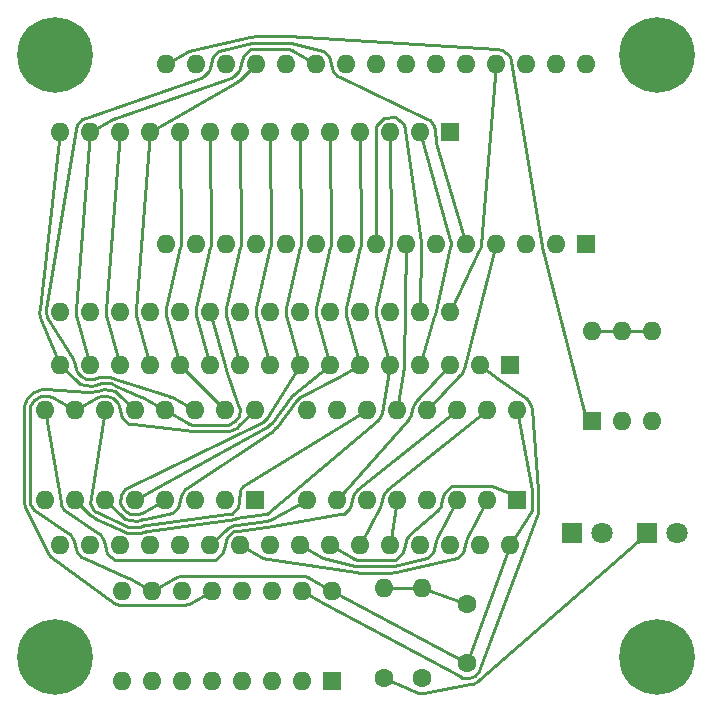
<source format=gbr>
G04 #@! TF.GenerationSoftware,KiCad,Pcbnew,(5.0.0-rc2-dev-720-g9704891c8)*
G04 #@! TF.CreationDate,2018-05-14T16:41:22+09:00*
G04 #@! TF.ProjectId,eeprom_programmer,656570726F6D5F70726F6772616D6D65,rev?*
G04 #@! TF.SameCoordinates,Original*
G04 #@! TF.FileFunction,Copper,L2,Bot,Signal*
G04 #@! TF.FilePolarity,Positive*
%FSLAX46Y46*%
G04 Gerber Fmt 4.6, Leading zero omitted, Abs format (unit mm)*
G04 Created by KiCad (PCBNEW (5.0.0-rc2-dev-720-g9704891c8)) date 05/14/18 16:41:22*
%MOMM*%
%LPD*%
G01*
G04 APERTURE LIST*
%ADD10C,1.600000*%
%ADD11O,1.600000X1.600000*%
%ADD12R,1.600000X1.600000*%
%ADD13R,1.800000X1.800000*%
%ADD14C,1.800000*%
%ADD15C,6.400000*%
%ADD16C,0.250000*%
G04 APERTURE END LIST*
D10*
X109370000Y-71025000D03*
X109370000Y-76025000D03*
D11*
X98000000Y-69880000D03*
X80220000Y-77500000D03*
X95460000Y-69880000D03*
X82760000Y-77500000D03*
X92920000Y-69880000D03*
X85300000Y-77500000D03*
X90380000Y-69880000D03*
X87840000Y-77500000D03*
X87840000Y-69880000D03*
X90380000Y-77500000D03*
X85300000Y-69880000D03*
X92920000Y-77500000D03*
X82760000Y-69880000D03*
X95460000Y-77500000D03*
X80220000Y-69880000D03*
D12*
X98000000Y-77500000D03*
D13*
X118315000Y-64985000D03*
D14*
X120855000Y-64985000D03*
D12*
X113030000Y-50760000D03*
D11*
X74930000Y-66000000D03*
X110490000Y-50760000D03*
X77470000Y-66000000D03*
X107950000Y-50760000D03*
X80010000Y-66000000D03*
X105410000Y-50760000D03*
X82550000Y-66000000D03*
X102870000Y-50760000D03*
X85090000Y-66000000D03*
X100330000Y-50760000D03*
X87630000Y-66000000D03*
X97790000Y-50760000D03*
X90170000Y-66000000D03*
X95250000Y-50760000D03*
X92710000Y-66000000D03*
X92710000Y-50760000D03*
X95250000Y-66000000D03*
X90170000Y-50760000D03*
X97790000Y-66000000D03*
X87630000Y-50760000D03*
X100330000Y-66000000D03*
X85090000Y-50760000D03*
X102870000Y-66000000D03*
X82550000Y-50760000D03*
X105410000Y-66000000D03*
X80010000Y-50760000D03*
X107950000Y-66000000D03*
X77470000Y-50760000D03*
X110490000Y-66000000D03*
X74930000Y-50760000D03*
X113030000Y-66000000D03*
X105560000Y-69675000D03*
D10*
X105560000Y-77295000D03*
D14*
X127205000Y-64985000D03*
D13*
X124665000Y-64985000D03*
D12*
X91440000Y-62190000D03*
D11*
X73660000Y-54570000D03*
X88900000Y-62190000D03*
X76200000Y-54570000D03*
X86360000Y-62190000D03*
X78740000Y-54570000D03*
X83820000Y-62190000D03*
X81280000Y-54570000D03*
X81280000Y-62190000D03*
X83820000Y-54570000D03*
X78740000Y-62190000D03*
X86360000Y-54570000D03*
X76200000Y-62190000D03*
X88900000Y-54570000D03*
X73660000Y-62190000D03*
X91440000Y-54570000D03*
X102385000Y-69675000D03*
D10*
X102385000Y-77295000D03*
D12*
X119500000Y-40500000D03*
D11*
X86480000Y-25260000D03*
X116960000Y-40500000D03*
X89020000Y-25260000D03*
X114420000Y-40500000D03*
X91560000Y-25260000D03*
X111880000Y-40500000D03*
X94100000Y-25260000D03*
X109340000Y-40500000D03*
X96640000Y-25260000D03*
X106800000Y-40500000D03*
X99180000Y-25260000D03*
X104260000Y-40500000D03*
X101720000Y-25260000D03*
X101720000Y-40500000D03*
X104260000Y-25260000D03*
X99180000Y-40500000D03*
X106800000Y-25260000D03*
X96640000Y-40500000D03*
X109340000Y-25260000D03*
X94100000Y-40500000D03*
X111880000Y-25260000D03*
X91560000Y-40500000D03*
X114420000Y-25260000D03*
X89020000Y-40500000D03*
X116960000Y-25260000D03*
X86480000Y-40500000D03*
X119500000Y-25260000D03*
X83940000Y-40500000D03*
X83940000Y-25260000D03*
X113665000Y-54570000D03*
X95885000Y-62190000D03*
X111125000Y-54570000D03*
X98425000Y-62190000D03*
X108585000Y-54570000D03*
X100965000Y-62190000D03*
X106045000Y-54570000D03*
X103505000Y-62190000D03*
X103505000Y-54570000D03*
X106045000Y-62190000D03*
X100965000Y-54570000D03*
X108585000Y-62190000D03*
X98425000Y-54570000D03*
X111125000Y-62190000D03*
X95885000Y-54570000D03*
D12*
X113665000Y-62190000D03*
X120000000Y-55500000D03*
D11*
X125080000Y-47880000D03*
X122540000Y-55500000D03*
X122540000Y-47880000D03*
X125080000Y-55500000D03*
X120000000Y-47880000D03*
D15*
X125500000Y-24500000D03*
X74500000Y-24500000D03*
X74500000Y-75500000D03*
X125500000Y-75500000D03*
D12*
X108000000Y-31000000D03*
D11*
X74980000Y-46240000D03*
X105460000Y-31000000D03*
X77520000Y-46240000D03*
X102920000Y-31000000D03*
X80060000Y-46240000D03*
X100380000Y-31000000D03*
X82600000Y-46240000D03*
X97840000Y-31000000D03*
X85140000Y-46240000D03*
X95300000Y-31000000D03*
X87680000Y-46240000D03*
X92760000Y-31000000D03*
X90220000Y-46240000D03*
X90220000Y-31000000D03*
X92760000Y-46240000D03*
X87680000Y-31000000D03*
X95300000Y-46240000D03*
X85140000Y-31000000D03*
X97840000Y-46240000D03*
X82600000Y-31000000D03*
X100380000Y-46240000D03*
X80060000Y-31000000D03*
X102920000Y-46240000D03*
X77520000Y-31000000D03*
X105460000Y-46240000D03*
X74980000Y-31000000D03*
X108000000Y-46240000D03*
D16*
X91560000Y-25260000D02*
X90260700Y-26529700D01*
X89905000Y-26798900D02*
X90002100Y-26743100D01*
X90002100Y-26743100D02*
X90180600Y-26607900D01*
X90180600Y-26607900D02*
X90260700Y-26529700D01*
X89905000Y-26798900D02*
X82600000Y-31000000D01*
X82600000Y-31000000D02*
X81378900Y-46141500D01*
X81378900Y-46141500D02*
X81370400Y-46246800D01*
X81370400Y-46246800D02*
X81389700Y-46457100D01*
X81389700Y-46457100D02*
X81417200Y-46559000D01*
X81417200Y-46559000D02*
X82550000Y-50760000D01*
X74980000Y-31000000D02*
X73216900Y-46033200D01*
X73216900Y-46033200D02*
X73190400Y-46258900D01*
X73190400Y-46258900D02*
X73252900Y-46709100D01*
X73252900Y-46709100D02*
X73339800Y-46919100D01*
X73339800Y-46919100D02*
X74930000Y-50760000D01*
X87680000Y-46240000D02*
X88987300Y-51079500D01*
X88987300Y-51079500D02*
X88992900Y-51100400D01*
X88992900Y-51100400D02*
X89005700Y-51141700D01*
X89005700Y-51141700D02*
X89012800Y-51162100D01*
X89012800Y-51162100D02*
X90057200Y-54167900D01*
X88900000Y-55795100D02*
X89197400Y-55795100D01*
X89197400Y-55795100D02*
X89726000Y-55522400D01*
X89726000Y-55522400D02*
X90070700Y-55037700D01*
X90070700Y-55037700D02*
X90154800Y-54448800D01*
X90154800Y-54448800D02*
X90057200Y-54167900D01*
X88900000Y-55795100D02*
X86360000Y-55795100D01*
X85769100Y-55643200D02*
X85904900Y-55717900D01*
X85904900Y-55717900D02*
X86205000Y-55795100D01*
X86205000Y-55795100D02*
X86360000Y-55795100D01*
X85769100Y-55643200D02*
X83820000Y-54570000D01*
X87630000Y-66000000D02*
X88976100Y-64732300D01*
X89944500Y-64273300D02*
X89672200Y-64308900D01*
X89672200Y-64308900D02*
X89176000Y-64544100D01*
X89176000Y-64544100D02*
X88976100Y-64732300D01*
X89944500Y-64273300D02*
X92366300Y-63957000D01*
X92366300Y-63957000D02*
X92451300Y-63945900D01*
X92451300Y-63945900D02*
X92614700Y-63894400D01*
X92614700Y-63894400D02*
X92690700Y-63854800D01*
X92690700Y-63854800D02*
X95885000Y-62190000D01*
X102385000Y-69675000D02*
X105560000Y-69675000D01*
X105560000Y-69675000D02*
X109370000Y-71025000D01*
X83820000Y-54570000D02*
X81870900Y-53496800D01*
X81870900Y-53496800D02*
X81850100Y-53485400D01*
X81850100Y-53485400D02*
X81807800Y-53464100D01*
X81807800Y-53464100D02*
X81786200Y-53454400D01*
X81786200Y-53454400D02*
X79680000Y-52498600D01*
X79680000Y-52498600D02*
X79288200Y-52320800D01*
X79288200Y-52320800D02*
X78428900Y-52276000D01*
X78428900Y-52276000D02*
X78020700Y-52412000D01*
X76276100Y-52027700D02*
X76626000Y-52357200D01*
X76626000Y-52357200D02*
X77564700Y-52564000D01*
X77564700Y-52564000D02*
X78020700Y-52412000D01*
X76276100Y-52027700D02*
X74930000Y-50760000D01*
X125080000Y-47880000D02*
X122540000Y-47880000D01*
X122540000Y-47880000D02*
X120000000Y-47880000D01*
X111880000Y-40500000D02*
X109135800Y-51067900D01*
X108841900Y-51599900D02*
X108947700Y-51487500D01*
X108947700Y-51487500D02*
X109097000Y-51217300D01*
X109097000Y-51217300D02*
X109135800Y-51067900D01*
X108841900Y-51599900D02*
X106045000Y-54570000D01*
X80060000Y-31000000D02*
X78838900Y-46141500D01*
X78838900Y-46141500D02*
X78830400Y-46246800D01*
X78830400Y-46246800D02*
X78849700Y-46457100D01*
X78849700Y-46457100D02*
X78877200Y-46559000D01*
X78877200Y-46559000D02*
X80010000Y-50760000D01*
X109340000Y-40500000D02*
X106792500Y-31921000D01*
X106777100Y-31843000D02*
X106779100Y-31862800D01*
X106779100Y-31862800D02*
X106786800Y-31901900D01*
X106786800Y-31901900D02*
X106792500Y-31921000D01*
X106777100Y-31843000D02*
X106678800Y-30876100D01*
X106678800Y-30876100D02*
X106646500Y-30558000D01*
X106646500Y-30558000D02*
X106279200Y-30034600D01*
X106279200Y-30034600D02*
X105991100Y-29896000D01*
X105991100Y-29896000D02*
X98648900Y-26364000D01*
X97998200Y-25582900D02*
X98068300Y-25839600D01*
X98068300Y-25839600D02*
X98409100Y-26248600D01*
X98409100Y-26248600D02*
X98648900Y-26364000D01*
X97998200Y-25582900D02*
X97821800Y-24937100D01*
X97821800Y-24937100D02*
X97731900Y-24608200D01*
X97731900Y-24608200D02*
X97238200Y-24137800D01*
X97238200Y-24137800D02*
X96905300Y-24064000D01*
X96905300Y-24064000D02*
X94484500Y-23526900D01*
X94484500Y-23526900D02*
X94389800Y-23505900D01*
X94389800Y-23505900D02*
X94197000Y-23484800D01*
X94197000Y-23484800D02*
X94100000Y-23484800D01*
X94100000Y-23484800D02*
X91560000Y-23484800D01*
X91560000Y-23484800D02*
X91463000Y-23484800D01*
X91463000Y-23484800D02*
X91270200Y-23505900D01*
X91270200Y-23505900D02*
X91175500Y-23526900D01*
X91175500Y-23526900D02*
X88754700Y-24064000D01*
X88754700Y-24064000D02*
X88421800Y-24137800D01*
X88421800Y-24137800D02*
X87928100Y-24608200D01*
X87928100Y-24608200D02*
X87838200Y-24937100D01*
X87838200Y-24937100D02*
X87661800Y-25582900D01*
X86885600Y-26416000D02*
X87170500Y-26316000D01*
X87170500Y-26316000D02*
X87582200Y-25874200D01*
X87582200Y-25874200D02*
X87661800Y-25582900D01*
X86885600Y-26416000D02*
X77114400Y-29844000D01*
X77114400Y-29844000D02*
X76798100Y-29955000D01*
X76798100Y-29955000D02*
X76366700Y-30468000D01*
X76366700Y-30468000D02*
X76311600Y-30798600D01*
X76311600Y-30798600D02*
X73771600Y-46038600D01*
X73771600Y-46038600D02*
X73734600Y-46260700D01*
X73734600Y-46260700D02*
X73823300Y-46702100D01*
X73823300Y-46702100D02*
X73943200Y-46892600D01*
X73943200Y-46892600D02*
X75966800Y-50107400D01*
X76103600Y-50408600D02*
X76079800Y-50329000D01*
X76079800Y-50329000D02*
X76011100Y-50177700D01*
X76011100Y-50177700D02*
X75966800Y-50107400D01*
X76103600Y-50408600D02*
X76312600Y-51106500D01*
X76312600Y-51106500D02*
X76382900Y-51341400D01*
X76382900Y-51341400D02*
X76695500Y-51719100D01*
X76695500Y-51719100D02*
X77130700Y-51945200D01*
X77130700Y-51945200D02*
X77619500Y-51983700D01*
X77619500Y-51983700D02*
X77852100Y-51906200D01*
X79627900Y-51906200D02*
X79195600Y-51762100D01*
X79195600Y-51762100D02*
X78284400Y-51762100D01*
X78284400Y-51762100D02*
X77852100Y-51906200D01*
X79627900Y-51906200D02*
X79633600Y-51908100D01*
X79633600Y-51908100D02*
X84201700Y-53405900D01*
X84410900Y-53496800D02*
X84360800Y-53469200D01*
X84360800Y-53469200D02*
X84256000Y-53423700D01*
X84256000Y-53423700D02*
X84201700Y-53405900D01*
X84410900Y-53496800D02*
X86360000Y-54570000D01*
X96640000Y-25260000D02*
X94690900Y-24186800D01*
X94690900Y-24186800D02*
X94555100Y-24112100D01*
X94555100Y-24112100D02*
X94255000Y-24034900D01*
X94255000Y-24034900D02*
X94100000Y-24034900D01*
X94100000Y-24034900D02*
X91560000Y-24034900D01*
X91560000Y-24034900D02*
X91145800Y-24034900D01*
X91145800Y-24034900D02*
X90487400Y-24537600D01*
X90487400Y-24537600D02*
X90378200Y-24937100D01*
X90378200Y-24937100D02*
X90201800Y-25582900D01*
X89425600Y-26416000D02*
X89710500Y-26316000D01*
X89710500Y-26316000D02*
X90122200Y-25874200D01*
X90122200Y-25874200D02*
X90201800Y-25582900D01*
X89425600Y-26416000D02*
X79654400Y-29844000D01*
X79654400Y-29844000D02*
X79606400Y-29860800D01*
X79606400Y-29860800D02*
X79513600Y-29902300D01*
X79513600Y-29902300D02*
X79469100Y-29926800D01*
X79469100Y-29926800D02*
X77520000Y-31000000D01*
X77520000Y-31000000D02*
X76298900Y-46141500D01*
X76298900Y-46141500D02*
X76290400Y-46246800D01*
X76290400Y-46246800D02*
X76309700Y-46457100D01*
X76309700Y-46457100D02*
X76337200Y-46559000D01*
X76337200Y-46559000D02*
X77470000Y-50760000D01*
X78740000Y-54570000D02*
X77530800Y-61993000D01*
X77530800Y-61993000D02*
X77464100Y-62402600D01*
X77464100Y-62402600D02*
X77855900Y-63134200D01*
X77855900Y-63134200D02*
X78233800Y-63305600D01*
X78233800Y-63305600D02*
X80340000Y-64261400D01*
X80340000Y-64261400D02*
X80731800Y-64439200D01*
X80731800Y-64439200D02*
X81591100Y-64484000D01*
X81591100Y-64484000D02*
X81999300Y-64348000D01*
X82323000Y-64273500D02*
X82240500Y-64284300D01*
X82240500Y-64284300D02*
X82078300Y-64321700D01*
X82078300Y-64321700D02*
X81999300Y-64348000D01*
X82323000Y-64273500D02*
X89057500Y-63387900D01*
X89057500Y-63387900D02*
X89468400Y-63333900D01*
X89468400Y-63333900D02*
X90050800Y-62744200D01*
X90050800Y-62744200D02*
X90099700Y-62332700D01*
X90099700Y-62332700D02*
X90217900Y-61339800D01*
X90418000Y-61027500D02*
X90334800Y-61078500D01*
X90334800Y-61078500D02*
X90229400Y-61242900D01*
X90229400Y-61242900D02*
X90217900Y-61339800D01*
X90418000Y-61027500D02*
X100965000Y-54570000D01*
X81280000Y-54570000D02*
X79933900Y-53302300D01*
X79933900Y-53302300D02*
X79584000Y-52972800D01*
X79584000Y-52972800D02*
X78645300Y-52766000D01*
X78645300Y-52766000D02*
X78189300Y-52918000D01*
X77321900Y-53029900D02*
X77542100Y-53044300D01*
X77542100Y-53044300D02*
X77979900Y-52987800D01*
X77979900Y-52987800D02*
X78189300Y-52918000D01*
X77321900Y-53029900D02*
X73775500Y-52798600D01*
X73775500Y-52798600D02*
X73408100Y-52774600D01*
X73408100Y-52774600D02*
X72714900Y-53022900D01*
X72714900Y-53022900D02*
X72177600Y-53526300D01*
X72177600Y-53526300D02*
X71884800Y-54201900D01*
X71884800Y-54201900D02*
X71884800Y-54570000D01*
X71884800Y-54570000D02*
X71884800Y-62190000D01*
X71884800Y-62190000D02*
X71884800Y-62394700D01*
X71884800Y-62394700D02*
X71978000Y-62793300D01*
X71978000Y-62793300D02*
X72068700Y-62976800D01*
X72068700Y-62976800D02*
X73831800Y-66543000D01*
X73831800Y-66543000D02*
X73897100Y-66675100D01*
X73897100Y-66675100D02*
X74086600Y-66900700D01*
X74086600Y-66900700D02*
X74205400Y-66987900D01*
X74205400Y-66987900D02*
X79495400Y-70867900D01*
X79495400Y-70867900D02*
X79653000Y-70983500D01*
X79653000Y-70983500D02*
X80024500Y-71105100D01*
X80024500Y-71105100D02*
X80220000Y-71105100D01*
X80220000Y-71105100D02*
X85300000Y-71105100D01*
X85300000Y-71105100D02*
X85455000Y-71105100D01*
X85455000Y-71105100D02*
X85755100Y-71027900D01*
X85755100Y-71027900D02*
X85890900Y-70953200D01*
X85890900Y-70953200D02*
X87840000Y-69880000D01*
X104260000Y-40500000D02*
X104094900Y-50779700D01*
X104079900Y-50952300D02*
X104086700Y-50909500D01*
X104086700Y-50909500D02*
X104094200Y-50823100D01*
X104094200Y-50823100D02*
X104094900Y-50779700D01*
X104079900Y-50952300D02*
X103505000Y-54570000D01*
X113665000Y-54570000D02*
X114883300Y-61314400D01*
X114890100Y-61390000D02*
X114890100Y-61371000D01*
X114890100Y-61371000D02*
X114886700Y-61333100D01*
X114886700Y-61333100D02*
X114883300Y-61314400D01*
X114890100Y-61390000D02*
X114890100Y-62990000D01*
X114822300Y-63220400D02*
X114855500Y-63168900D01*
X114855500Y-63168900D02*
X114890100Y-63051300D01*
X114890100Y-63051300D02*
X114890100Y-62990000D01*
X114822300Y-63220400D02*
X113030000Y-66000000D01*
X109370000Y-76025000D02*
X113030000Y-66000000D01*
X76200000Y-54570000D02*
X74250900Y-53496800D01*
X74250900Y-53496800D02*
X73966300Y-53340100D01*
X73966300Y-53340100D02*
X73316400Y-53350000D01*
X73316400Y-53350000D02*
X72757000Y-53680600D01*
X72757000Y-53680600D02*
X72434900Y-54245100D01*
X72434900Y-54245100D02*
X72434900Y-54570000D01*
X72434900Y-54570000D02*
X72434900Y-62190000D01*
X72434900Y-62190000D02*
X72434900Y-62495600D01*
X72434900Y-62495600D02*
X72722000Y-63035300D01*
X72722000Y-63035300D02*
X72975500Y-63206000D01*
X72975500Y-63206000D02*
X75614500Y-64984000D01*
X76111800Y-65677100D02*
X76053800Y-65464700D01*
X76053800Y-65464700D02*
X75797100Y-65107000D01*
X75797100Y-65107000D02*
X75614500Y-64984000D01*
X76111800Y-65677100D02*
X76288200Y-66322900D01*
X76288200Y-66322900D02*
X76361300Y-66590600D01*
X76361300Y-66590600D02*
X76724100Y-67010700D01*
X76724100Y-67010700D02*
X76978300Y-67122100D01*
X76978300Y-67122100D02*
X80711700Y-68757900D01*
X80810900Y-68806800D02*
X80786700Y-68793500D01*
X80786700Y-68793500D02*
X80737000Y-68769000D01*
X80737000Y-68769000D02*
X80711700Y-68757900D01*
X80810900Y-68806800D02*
X82760000Y-69880000D01*
X111880000Y-25260000D02*
X110560600Y-40605000D01*
X110449100Y-41020400D02*
X110495100Y-40922300D01*
X110495100Y-40922300D02*
X110551300Y-40713000D01*
X110551300Y-40713000D02*
X110560600Y-40605000D01*
X110449100Y-41020400D02*
X108000000Y-46240000D01*
X76200000Y-54570000D02*
X78165300Y-53507200D01*
X79897400Y-54223500D02*
X79819200Y-53962300D01*
X79819200Y-53962300D02*
X79453600Y-53557700D01*
X79453600Y-53557700D02*
X78949700Y-53349300D01*
X78949700Y-53349300D02*
X78405200Y-53377600D01*
X78405200Y-53377600D02*
X78165300Y-53507200D01*
X79897400Y-54223500D02*
X80106400Y-54921400D01*
X80106400Y-54921400D02*
X80212300Y-55275200D01*
X80212300Y-55275200D02*
X80780100Y-55747900D01*
X80780100Y-55747900D02*
X81147300Y-55787900D01*
X81147300Y-55787900D02*
X86167800Y-56334800D01*
X86167800Y-56334800D02*
X86215700Y-56340000D01*
X86215700Y-56340000D02*
X86311800Y-56345200D01*
X86311800Y-56345200D02*
X86360000Y-56345200D01*
X86360000Y-56345200D02*
X88900000Y-56345200D01*
X88900000Y-56345200D02*
X89247800Y-56345200D01*
X89247800Y-56345200D02*
X89891900Y-56082700D01*
X89891900Y-56082700D02*
X90140700Y-55839700D01*
X90140700Y-55839700D02*
X91440000Y-54570000D01*
X98000000Y-69880000D02*
X96050900Y-68806800D01*
X96050900Y-68806800D02*
X95915100Y-68732100D01*
X95915100Y-68732100D02*
X95615000Y-68654900D01*
X95615000Y-68654900D02*
X95460000Y-68654900D01*
X95460000Y-68654900D02*
X85300000Y-68654900D01*
X85300000Y-68654900D02*
X85145000Y-68654900D01*
X85145000Y-68654900D02*
X84844900Y-68732100D01*
X84844900Y-68732100D02*
X84709100Y-68806800D01*
X84709100Y-68806800D02*
X82760000Y-69880000D01*
X98000000Y-69880000D02*
X109370000Y-76025000D01*
X120000000Y-55500000D02*
X119325000Y-54825000D01*
X119325000Y-54825000D02*
X119325000Y-54700000D01*
X119325000Y-54700000D02*
X119325000Y-54692200D01*
X119325000Y-54692200D02*
X119323000Y-54676600D01*
X119323000Y-54676600D02*
X119321100Y-54669000D01*
X119321100Y-54669000D02*
X115773100Y-40803700D01*
X115752300Y-40705600D02*
X115756500Y-40730300D01*
X115756500Y-40730300D02*
X115766900Y-40779400D01*
X115766900Y-40779400D02*
X115773100Y-40803700D01*
X115752300Y-40705600D02*
X113087700Y-25054400D01*
X113087700Y-25054400D02*
X113016100Y-24633900D01*
X113016100Y-24633900D02*
X112381500Y-24063700D01*
X112381500Y-24063700D02*
X111955800Y-24037200D01*
X111955800Y-24037200D02*
X94243900Y-22939200D01*
X94243900Y-22939200D02*
X94100000Y-22934700D01*
X94100000Y-22934700D02*
X91560000Y-22934700D01*
X91560000Y-22934700D02*
X91433000Y-22934700D01*
X91433000Y-22934700D02*
X91180400Y-22962400D01*
X91180400Y-22962400D02*
X91056400Y-22989900D01*
X91056400Y-22989900D02*
X86214700Y-24064000D01*
X86214700Y-24064000D02*
X86129300Y-24082900D01*
X86129300Y-24082900D02*
X85965700Y-24144700D01*
X85965700Y-24144700D02*
X85889100Y-24186800D01*
X85889100Y-24186800D02*
X83940000Y-25260000D01*
X124665000Y-64985000D02*
X123890000Y-65760000D01*
X123890000Y-65760000D02*
X123765000Y-65760000D01*
X123765000Y-65760000D02*
X123742200Y-65760000D01*
X123742200Y-65760000D02*
X123699500Y-65776100D01*
X123699500Y-65776100D02*
X123682400Y-65791200D01*
X123682400Y-65791200D02*
X110543000Y-77357500D01*
X109695400Y-77770100D02*
X109931300Y-77726100D01*
X109931300Y-77726100D02*
X110362800Y-77516000D01*
X110362800Y-77516000D02*
X110543000Y-77357500D01*
X109695400Y-77770100D02*
X105784600Y-78499300D01*
X105087300Y-78425200D02*
X105252500Y-78494300D01*
X105252500Y-78494300D02*
X105608600Y-78532100D01*
X105608600Y-78532100D02*
X105784600Y-78499300D01*
X105087300Y-78425200D02*
X102385000Y-77295000D01*
X87680000Y-31000000D02*
X87705100Y-40496800D01*
X87674200Y-40773300D02*
X87689800Y-40705300D01*
X87689800Y-40705300D02*
X87705300Y-40566600D01*
X87705300Y-40566600D02*
X87705100Y-40496800D01*
X87674200Y-40773300D02*
X86485800Y-45966700D01*
X86485800Y-45966700D02*
X86452300Y-46113200D01*
X86452300Y-46113200D02*
X86458000Y-46413900D01*
X86458000Y-46413900D02*
X86497200Y-46559000D01*
X86497200Y-46559000D02*
X87630000Y-50760000D01*
X73660000Y-54570000D02*
X74992300Y-62395600D01*
X74992300Y-62395600D02*
X75034500Y-62643300D01*
X75034500Y-62643300D02*
X75307100Y-63065600D01*
X75307100Y-63065600D02*
X75515500Y-63206000D01*
X75515500Y-63206000D02*
X78154500Y-64984000D01*
X78651800Y-65677100D02*
X78593800Y-65464700D01*
X78593800Y-65464700D02*
X78337100Y-65107000D01*
X78337100Y-65107000D02*
X78154500Y-64984000D01*
X78651800Y-65677100D02*
X78828200Y-66322900D01*
X78828200Y-66322900D02*
X78937400Y-66722400D01*
X78937400Y-66722400D02*
X79595800Y-67225100D01*
X79595800Y-67225100D02*
X80010000Y-67225100D01*
X80010000Y-67225100D02*
X87630000Y-67225100D01*
X87630000Y-67225100D02*
X88035900Y-67225100D01*
X88035900Y-67225100D02*
X88687200Y-66740300D01*
X88687200Y-66740300D02*
X88803600Y-66351400D01*
X88803600Y-66351400D02*
X89012600Y-65653500D01*
X90021900Y-64800900D02*
X89665000Y-64845000D01*
X89665000Y-64845000D02*
X89115700Y-65309000D01*
X89115700Y-65309000D02*
X89012600Y-65653500D01*
X90021900Y-64800900D02*
X92427000Y-64503800D01*
X92427000Y-64503800D02*
X92508200Y-64491500D01*
X92508200Y-64491500D02*
X98640500Y-63396000D01*
X98640500Y-63396000D02*
X98989700Y-63333600D01*
X98989700Y-63333600D02*
X99513300Y-62855000D01*
X99513300Y-62855000D02*
X99606800Y-62512900D01*
X99606800Y-62512900D02*
X99783200Y-61867100D01*
X100202800Y-61230900D02*
X100049800Y-61352500D01*
X100049800Y-61352500D02*
X99834700Y-61678600D01*
X99834700Y-61678600D02*
X99783200Y-61867100D01*
X100202800Y-61230900D02*
X108585000Y-54570000D01*
X90220000Y-31000000D02*
X90245100Y-40496800D01*
X90214200Y-40773300D02*
X90229800Y-40705300D01*
X90229800Y-40705300D02*
X90245300Y-40566600D01*
X90245300Y-40566600D02*
X90245100Y-40496800D01*
X90214200Y-40773300D02*
X89025800Y-45966700D01*
X89025800Y-45966700D02*
X88992300Y-46113200D01*
X88992300Y-46113200D02*
X88998000Y-46413900D01*
X88998000Y-46413900D02*
X89037200Y-46559000D01*
X89037200Y-46559000D02*
X90170000Y-50760000D01*
X92760000Y-31000000D02*
X92785100Y-40496800D01*
X92754200Y-40773300D02*
X92769800Y-40705300D01*
X92769800Y-40705300D02*
X92785300Y-40566600D01*
X92785300Y-40566600D02*
X92785100Y-40496800D01*
X92754200Y-40773300D02*
X91565800Y-45966700D01*
X91565800Y-45966700D02*
X91532300Y-46113200D01*
X91532300Y-46113200D02*
X91538000Y-46413900D01*
X91538000Y-46413900D02*
X91577200Y-46559000D01*
X91577200Y-46559000D02*
X92710000Y-50760000D01*
X95300000Y-31000000D02*
X95325100Y-40496800D01*
X95294200Y-40773300D02*
X95309800Y-40705300D01*
X95309800Y-40705300D02*
X95325300Y-40566600D01*
X95325300Y-40566600D02*
X95325100Y-40496800D01*
X95294200Y-40773300D02*
X94105800Y-45966700D01*
X94105800Y-45966700D02*
X94072300Y-46113200D01*
X94072300Y-46113200D02*
X94078000Y-46413900D01*
X94078000Y-46413900D02*
X94117200Y-46559000D01*
X94117200Y-46559000D02*
X95250000Y-50760000D01*
X83820000Y-62190000D02*
X81854700Y-63252800D01*
X80753700Y-61102500D02*
X80457900Y-61245600D01*
X80457900Y-61245600D02*
X80092900Y-61792100D01*
X80092900Y-61792100D02*
X80054900Y-62448100D01*
X80054900Y-62448100D02*
X80354400Y-63033100D01*
X80354400Y-63033100D02*
X80908900Y-63385800D01*
X80908900Y-63385800D02*
X81565600Y-63409000D01*
X81565600Y-63409000D02*
X81854700Y-63252800D01*
X80753700Y-61102500D02*
X91973700Y-55672800D01*
X91973700Y-55672800D02*
X92130300Y-55597000D01*
X92130300Y-55597000D02*
X92388800Y-55364300D01*
X92388800Y-55364300D02*
X92480600Y-55216600D01*
X92480600Y-55216600D02*
X95250000Y-50760000D01*
X81280000Y-62190000D02*
X83229100Y-61116800D01*
X83229100Y-61116800D02*
X83229200Y-61116800D01*
X83229200Y-61116800D02*
X92296100Y-56125100D01*
X92296100Y-56125100D02*
X92460800Y-56034500D01*
X92460800Y-56034500D02*
X92744800Y-55788200D01*
X92744800Y-55788200D02*
X92857900Y-55638100D01*
X92857900Y-55638100D02*
X94467100Y-53501900D01*
X94772500Y-53186600D02*
X94686700Y-53255600D01*
X94686700Y-53255600D02*
X94533300Y-53413900D01*
X94533300Y-53413900D02*
X94467100Y-53501900D01*
X94772500Y-53186600D02*
X97790000Y-50760000D01*
X97840000Y-31000000D02*
X97865100Y-40496800D01*
X97834200Y-40773300D02*
X97849800Y-40705300D01*
X97849800Y-40705300D02*
X97865300Y-40566600D01*
X97865300Y-40566600D02*
X97865100Y-40496800D01*
X97834200Y-40773300D02*
X96645800Y-45966700D01*
X96645800Y-45966700D02*
X96612300Y-46113200D01*
X96612300Y-46113200D02*
X96618000Y-46413900D01*
X96618000Y-46413900D02*
X96657200Y-46559000D01*
X96657200Y-46559000D02*
X97790000Y-50760000D01*
X78740000Y-62190000D02*
X80086100Y-63457700D01*
X80086100Y-63457700D02*
X80436000Y-63787200D01*
X80436000Y-63787200D02*
X81374700Y-63994000D01*
X81374700Y-63994000D02*
X81830700Y-63842000D01*
X82118400Y-63766600D02*
X82045300Y-63780700D01*
X82045300Y-63780700D02*
X81901300Y-63818500D01*
X81901300Y-63818500D02*
X81830700Y-63842000D01*
X82118400Y-63766600D02*
X84052500Y-63392800D01*
X84052500Y-63392800D02*
X84396100Y-63326400D01*
X84396100Y-63326400D02*
X84909500Y-62850500D01*
X84909500Y-62850500D02*
X85001800Y-62512900D01*
X85001800Y-62512900D02*
X85178200Y-61867100D01*
X85683800Y-61168400D02*
X85498100Y-61291300D01*
X85498100Y-61291300D02*
X85236900Y-61652200D01*
X85236900Y-61652200D02*
X85178200Y-61867100D01*
X85683800Y-61168400D02*
X92723400Y-56509000D01*
X92723400Y-56509000D02*
X92888900Y-56399500D01*
X92888900Y-56399500D02*
X93177900Y-56127600D01*
X93177900Y-56127600D02*
X93297300Y-55969100D01*
X93297300Y-55969100D02*
X94906500Y-53832900D01*
X95303800Y-53491500D02*
X95187200Y-53554400D01*
X95187200Y-53554400D02*
X94986200Y-53727000D01*
X94986200Y-53727000D02*
X94906500Y-53832900D01*
X95303800Y-53491500D02*
X98371200Y-51838500D01*
X98371200Y-51838500D02*
X98380900Y-51833200D01*
X98380900Y-51833200D02*
X100330000Y-50760000D01*
X100380000Y-31000000D02*
X100405100Y-40496800D01*
X100374200Y-40773300D02*
X100389800Y-40705300D01*
X100389800Y-40705300D02*
X100405300Y-40566600D01*
X100405300Y-40566600D02*
X100405100Y-40496800D01*
X100374200Y-40773300D02*
X99185800Y-45966700D01*
X99185800Y-45966700D02*
X99152300Y-46113200D01*
X99152300Y-46113200D02*
X99158000Y-46413900D01*
X99158000Y-46413900D02*
X99197200Y-46559000D01*
X99197200Y-46559000D02*
X100330000Y-50760000D01*
X76200000Y-62190000D02*
X77499300Y-63459700D01*
X77499300Y-63459700D02*
X77612300Y-63570100D01*
X77612300Y-63570100D02*
X77873800Y-63747600D01*
X77873800Y-63747600D02*
X78018200Y-63811900D01*
X78018200Y-63811900D02*
X80138400Y-64755300D01*
X80138400Y-64755300D02*
X80618800Y-64969100D01*
X80618800Y-64969100D02*
X81669100Y-65020000D01*
X81669100Y-65020000D02*
X82167900Y-64853800D01*
X82392500Y-64802100D02*
X82335200Y-64809600D01*
X82335200Y-64809600D02*
X82222700Y-64835500D01*
X82222700Y-64835500D02*
X82167900Y-64853800D01*
X82392500Y-64802100D02*
X89127000Y-63916500D01*
X89127000Y-63916500D02*
X89209500Y-63905700D01*
X89209500Y-63905700D02*
X89371700Y-63868300D01*
X89371700Y-63868300D02*
X89450700Y-63842000D01*
X89860000Y-63746500D02*
X89755700Y-63760900D01*
X89755700Y-63760900D02*
X89550600Y-63808700D01*
X89550600Y-63808700D02*
X89450700Y-63842000D01*
X89860000Y-63746500D02*
X92297900Y-63411100D01*
X92297900Y-63411100D02*
X92357800Y-63402900D01*
X92357800Y-63402900D02*
X92468200Y-63353700D01*
X92468200Y-63353700D02*
X92514400Y-63314700D01*
X92514400Y-63314700D02*
X101755700Y-55505800D01*
X101755700Y-55505800D02*
X101920500Y-55366500D01*
X101920500Y-55366500D02*
X102135100Y-54992200D01*
X102135100Y-54992200D02*
X102172000Y-54779600D01*
X102172000Y-54779600D02*
X102870000Y-50760000D01*
X102920000Y-31000000D02*
X102945100Y-40496800D01*
X102914200Y-40773300D02*
X102929800Y-40705300D01*
X102929800Y-40705300D02*
X102945300Y-40566600D01*
X102945300Y-40566600D02*
X102945100Y-40496800D01*
X102914200Y-40773300D02*
X101725800Y-45966700D01*
X101725800Y-45966700D02*
X101692300Y-46113200D01*
X101692300Y-46113200D02*
X101698000Y-46413900D01*
X101698000Y-46413900D02*
X101737200Y-46559000D01*
X101737200Y-46559000D02*
X102870000Y-50760000D01*
X85140000Y-31000000D02*
X85165100Y-40496800D01*
X85134200Y-40773300D02*
X85149800Y-40705300D01*
X85149800Y-40705300D02*
X85165300Y-40566600D01*
X85165300Y-40566600D02*
X85165100Y-40496800D01*
X85134200Y-40773300D02*
X83945800Y-45966700D01*
X83945800Y-45966700D02*
X83912300Y-46113200D01*
X83912300Y-46113200D02*
X83918000Y-46413900D01*
X83918000Y-46413900D02*
X83957200Y-46559000D01*
X83957200Y-46559000D02*
X85090000Y-50760000D01*
X88900000Y-54570000D02*
X85090000Y-50760000D01*
X100330000Y-66000000D02*
X102047200Y-62764300D01*
X102047200Y-62764300D02*
X102079000Y-62704400D01*
X102079000Y-62704400D02*
X102129000Y-62578300D01*
X102129000Y-62578300D02*
X102146800Y-62512900D01*
X102146800Y-62512900D02*
X102323200Y-61867100D01*
X102742800Y-61230900D02*
X102589800Y-61352500D01*
X102589800Y-61352500D02*
X102374700Y-61678600D01*
X102374700Y-61678600D02*
X102323200Y-61867100D01*
X102742800Y-61230900D02*
X111125000Y-54570000D01*
X107950000Y-50760000D02*
X105153100Y-53730100D01*
X105153100Y-53730100D02*
X105050000Y-53839600D01*
X105050000Y-53839600D02*
X104902800Y-54102000D01*
X104902800Y-54102000D02*
X104863200Y-54247100D01*
X104863200Y-54247100D02*
X104686800Y-54892900D01*
X104424300Y-55379800D02*
X104516900Y-55274700D01*
X104516900Y-55274700D02*
X104649900Y-55028000D01*
X104649900Y-55028000D02*
X104686800Y-54892900D01*
X104424300Y-55379800D02*
X98425000Y-62190000D01*
X102870000Y-66000000D02*
X103505000Y-62190000D01*
X105460000Y-31000000D02*
X107981300Y-40175400D01*
X107993000Y-40778500D02*
X108027800Y-40629400D01*
X108027800Y-40629400D02*
X108021900Y-40323100D01*
X108021900Y-40323100D02*
X107981300Y-40175400D01*
X107993000Y-40778500D02*
X106653000Y-46518500D01*
X106635500Y-46585100D02*
X106653000Y-46518500D01*
X106635500Y-46585100D02*
X105410000Y-50760000D01*
X95250000Y-66000000D02*
X97199100Y-67073200D01*
X97199100Y-67073200D02*
X97275700Y-67115400D01*
X97275700Y-67115400D02*
X97439300Y-67177100D01*
X97439300Y-67177100D02*
X97524700Y-67196000D01*
X97524700Y-67196000D02*
X99945500Y-67733100D01*
X99945500Y-67733100D02*
X100040200Y-67754100D01*
X100040200Y-67754100D02*
X100233000Y-67775200D01*
X100233000Y-67775200D02*
X100330000Y-67775200D01*
X100330000Y-67775200D02*
X102870000Y-67775200D01*
X102870000Y-67775200D02*
X102967000Y-67775200D01*
X102967000Y-67775200D02*
X103159800Y-67754100D01*
X103159800Y-67754100D02*
X103254500Y-67733100D01*
X103254500Y-67733100D02*
X105675300Y-67196000D01*
X105675300Y-67196000D02*
X106008200Y-67122200D01*
X106008200Y-67122200D02*
X106501900Y-66651800D01*
X106501900Y-66651800D02*
X106591800Y-66322900D01*
X106591800Y-66322900D02*
X106768200Y-65677100D01*
X106867800Y-65425700D02*
X106836000Y-65485600D01*
X106836000Y-65485600D02*
X106786000Y-65611700D01*
X106786000Y-65611700D02*
X106768200Y-65677100D01*
X106867800Y-65425700D02*
X108585000Y-62190000D01*
X90170000Y-66000000D02*
X92119100Y-67073200D01*
X92119100Y-67073200D02*
X92215500Y-67126300D01*
X92215500Y-67126300D02*
X92424200Y-67196400D01*
X92424200Y-67196400D02*
X92533100Y-67212300D01*
X92533100Y-67212300D02*
X99994300Y-68300900D01*
X99994300Y-68300900D02*
X100077700Y-68313100D01*
X100077700Y-68313100D02*
X100245700Y-68325300D01*
X100245700Y-68325300D02*
X100330000Y-68325300D01*
X100330000Y-68325300D02*
X102870000Y-68325300D01*
X102870000Y-68325300D02*
X102997000Y-68325300D01*
X102997000Y-68325300D02*
X103249600Y-68297600D01*
X103249600Y-68297600D02*
X103373600Y-68270100D01*
X103373600Y-68270100D02*
X108215300Y-67196000D01*
X108215300Y-67196000D02*
X108548200Y-67122200D01*
X108548200Y-67122200D02*
X109041900Y-66651800D01*
X109041900Y-66651800D02*
X109131800Y-66322900D01*
X109131800Y-66322900D02*
X109308200Y-65677100D01*
X109407800Y-65425700D02*
X109376000Y-65485600D01*
X109376000Y-65485600D02*
X109326000Y-65611700D01*
X109326000Y-65611700D02*
X109308200Y-65677100D01*
X109407800Y-65425700D02*
X111125000Y-62190000D01*
X97790000Y-66000000D02*
X99739100Y-67073200D01*
X99739100Y-67073200D02*
X99874900Y-67147900D01*
X99874900Y-67147900D02*
X100175000Y-67225100D01*
X100175000Y-67225100D02*
X100330000Y-67225100D01*
X100330000Y-67225100D02*
X102870000Y-67225100D01*
X102870000Y-67225100D02*
X103284200Y-67225100D01*
X103284200Y-67225100D02*
X103942600Y-66722400D01*
X103942600Y-66722400D02*
X104051800Y-66322900D01*
X104051800Y-66322900D02*
X104228200Y-65677100D01*
X104603600Y-65077700D02*
X104467600Y-65196600D01*
X104467600Y-65196600D02*
X104275800Y-65502800D01*
X104275800Y-65502800D02*
X104228200Y-65677100D01*
X104603600Y-65077700D02*
X106851400Y-63112300D01*
X106851400Y-63112300D02*
X106987400Y-62993400D01*
X106987400Y-62993400D02*
X107179200Y-62687200D01*
X107179200Y-62687200D02*
X107226800Y-62512900D01*
X107226800Y-62512900D02*
X107403200Y-61867100D01*
X108585000Y-60964900D02*
X108170800Y-60964900D01*
X108170800Y-60964900D02*
X107512400Y-61467600D01*
X107512400Y-61467600D02*
X107403200Y-61867100D01*
X108585000Y-60964900D02*
X111125000Y-60964900D01*
X111546700Y-61039800D02*
X111445400Y-61002700D01*
X111445400Y-61002700D02*
X111232900Y-60964900D01*
X111232900Y-60964900D02*
X111125000Y-60964900D01*
X111546700Y-61039800D02*
X112822000Y-61507400D01*
X112822000Y-61507400D02*
X112832300Y-61511200D01*
X112832300Y-61511200D02*
X112854000Y-61515000D01*
X112854000Y-61515000D02*
X112865000Y-61515000D01*
X112865000Y-61515000D02*
X112990000Y-61515000D01*
X112990000Y-61515000D02*
X113665000Y-62190000D01*
X110490000Y-50760000D02*
X111971100Y-51897200D01*
X111971100Y-51897200D02*
X111987100Y-51908900D01*
X111987100Y-51908900D02*
X114365000Y-53564600D01*
X114886100Y-54471600D02*
X114864000Y-54197800D01*
X114864000Y-54197800D02*
X114590400Y-53721600D01*
X114590400Y-53721600D02*
X114365000Y-53564600D01*
X114886100Y-54471600D02*
X115437100Y-61311700D01*
X115440200Y-61390000D02*
X115440200Y-61370400D01*
X115440200Y-61370400D02*
X115438600Y-61331200D01*
X115438600Y-61331200D02*
X115437100Y-61311700D01*
X115440200Y-61390000D02*
X115440200Y-62990000D01*
X115379500Y-63328700D02*
X115409600Y-63247400D01*
X115409600Y-63247400D02*
X115440200Y-63076700D01*
X115440200Y-63076700D02*
X115440200Y-62990000D01*
X115379500Y-63328700D02*
X110518800Y-76450600D01*
X108787500Y-77102800D02*
X109021700Y-77229400D01*
X109021700Y-77229400D02*
X109552800Y-77265300D01*
X109552800Y-77265300D02*
X110051000Y-77077700D01*
X110051000Y-77077700D02*
X110426400Y-76700200D01*
X110426400Y-76700200D02*
X110518800Y-76450600D01*
X108787500Y-77102800D02*
X97417500Y-70957800D01*
X97417500Y-70957800D02*
X97409100Y-70953200D01*
X97409100Y-70953200D02*
X95460000Y-69880000D01*
X101720000Y-40500000D02*
X101694900Y-31003200D01*
X104133100Y-30828900D02*
X104065600Y-30350700D01*
X104065600Y-30350700D02*
X103314400Y-29743600D01*
X103314400Y-29743600D02*
X102350900Y-29812400D01*
X102350900Y-29812400D02*
X101693600Y-30520200D01*
X101693600Y-30520200D02*
X101694900Y-31003200D01*
X104133100Y-30828900D02*
X105473100Y-40328900D01*
X105485100Y-40505400D02*
X105485300Y-40461100D01*
X105485300Y-40461100D02*
X105479300Y-40372800D01*
X105479300Y-40372800D02*
X105473100Y-40328900D01*
X105485100Y-40505400D02*
X105460000Y-46240000D01*
M02*

</source>
